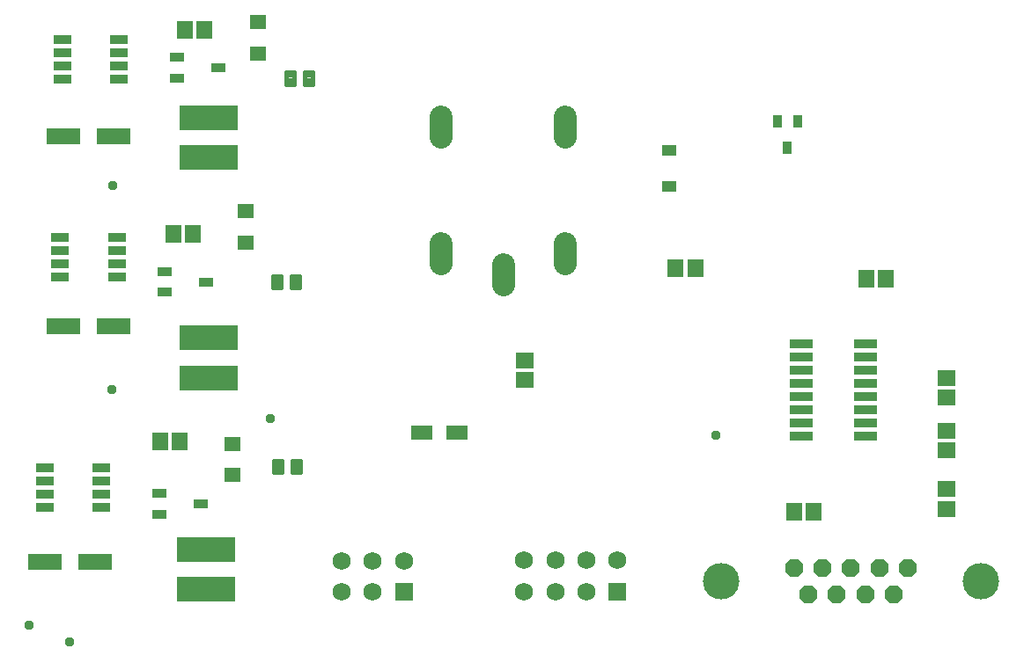
<source format=gbr>
G04 EAGLE Gerber RS-274X export*
G75*
%MOMM*%
%FSLAX34Y34*%
%LPD*%
%INSoldermask Top*%
%IPPOS*%
%AMOC8*
5,1,8,0,0,1.08239X$1,22.5*%
G01*
%ADD10R,2.235200X0.863600*%
%ADD11R,1.503200X1.703200*%
%ADD12R,1.703200X1.503200*%
%ADD13P,1.869504X8X202.500000*%
%ADD14C,3.505200*%
%ADD15C,1.733200*%
%ADD16R,1.733200X1.733200*%
%ADD17R,1.753200X0.903200*%
%ADD18R,1.573200X1.323200*%
%ADD19R,1.473200X0.838200*%
%ADD20C,0.463294*%
%ADD21R,3.203200X1.603200*%
%ADD22C,2.184400*%
%ADD23R,1.333200X1.123200*%
%ADD24R,0.853200X1.153200*%
%ADD25R,5.703200X2.353200*%
%ADD26R,2.003200X1.453200*%
%ADD27C,0.959600*%


D10*
X843734Y249550D03*
X782266Y249550D03*
X843734Y262250D03*
X843734Y274950D03*
X782266Y262250D03*
X782266Y274950D03*
X843734Y287650D03*
X782266Y287650D03*
X843734Y300350D03*
X782266Y300350D03*
X843734Y313050D03*
X843734Y325750D03*
X782266Y313050D03*
X782266Y325750D03*
X843734Y338450D03*
X782266Y338450D03*
D11*
X863500Y401000D03*
X844500Y401000D03*
D12*
X922000Y254500D03*
X922000Y235500D03*
X922000Y305500D03*
X922000Y286500D03*
D11*
X775500Y177000D03*
X794500Y177000D03*
D12*
X922000Y198500D03*
X922000Y179500D03*
D13*
X884864Y122700D03*
X857432Y122700D03*
X830000Y122700D03*
X802568Y122700D03*
X775136Y122700D03*
X871148Y97300D03*
X843716Y97300D03*
X816284Y97300D03*
X788852Y97300D03*
D14*
X955222Y110000D03*
X704778Y110000D03*
D15*
X575622Y99652D03*
X575622Y129652D03*
X545622Y99652D03*
X545622Y129652D03*
D16*
X605622Y99652D03*
D15*
X515622Y99652D03*
X605622Y129652D03*
X515622Y129652D03*
D16*
X400000Y99420D03*
D15*
X400000Y129420D03*
X370000Y99420D03*
X340000Y99420D03*
X370000Y129420D03*
X340000Y129420D03*
D12*
X516000Y322500D03*
X516000Y303500D03*
D17*
X126250Y592950D03*
X126250Y605650D03*
X126250Y618350D03*
X126250Y631050D03*
X71750Y631050D03*
X71750Y618350D03*
X71750Y605650D03*
X71750Y592950D03*
D18*
X260000Y618000D03*
X260000Y648000D03*
D19*
X222000Y604000D03*
X182000Y614000D03*
X182000Y594000D03*
D20*
X305110Y599685D02*
X312670Y599685D01*
X312670Y588315D01*
X305110Y588315D01*
X305110Y599685D01*
X305110Y592716D02*
X312670Y592716D01*
X312670Y597117D02*
X305110Y597117D01*
X294890Y599685D02*
X287330Y599685D01*
X294890Y599685D02*
X294890Y588315D01*
X287330Y588315D01*
X287330Y599685D01*
X287330Y592716D02*
X294890Y592716D01*
X294890Y597117D02*
X287330Y597117D01*
D17*
X124250Y402950D03*
X124250Y415650D03*
X124250Y428350D03*
X124250Y441050D03*
X69750Y441050D03*
X69750Y428350D03*
X69750Y415650D03*
X69750Y402950D03*
D18*
X248000Y436000D03*
X248000Y466000D03*
D19*
X210000Y398000D03*
X170000Y408000D03*
X170000Y388000D03*
D20*
X292110Y403685D02*
X299670Y403685D01*
X299670Y392315D01*
X292110Y392315D01*
X292110Y403685D01*
X292110Y396716D02*
X299670Y396716D01*
X299670Y401117D02*
X292110Y401117D01*
X281890Y403685D02*
X274330Y403685D01*
X281890Y403685D02*
X281890Y392315D01*
X274330Y392315D01*
X274330Y403685D01*
X274330Y396716D02*
X281890Y396716D01*
X281890Y401117D02*
X274330Y401117D01*
D17*
X109250Y180950D03*
X109250Y193650D03*
X109250Y206350D03*
X109250Y219050D03*
X54750Y219050D03*
X54750Y206350D03*
X54750Y193650D03*
X54750Y180950D03*
D18*
X235000Y212000D03*
X235000Y242000D03*
D19*
X205000Y184000D03*
X165000Y194000D03*
X165000Y174000D03*
D20*
X293110Y225685D02*
X300670Y225685D01*
X300670Y214315D01*
X293110Y214315D01*
X293110Y225685D01*
X293110Y218716D02*
X300670Y218716D01*
X300670Y223117D02*
X293110Y223117D01*
X282890Y225685D02*
X275330Y225685D01*
X282890Y225685D02*
X282890Y214315D01*
X275330Y214315D01*
X275330Y225685D01*
X275330Y218716D02*
X282890Y218716D01*
X282890Y223117D02*
X275330Y223117D01*
D21*
X73000Y538000D03*
X121000Y538000D03*
X73000Y355000D03*
X121000Y355000D03*
X55000Y128000D03*
X103000Y128000D03*
D11*
X208500Y641000D03*
X189500Y641000D03*
X197500Y444000D03*
X178500Y444000D03*
X184500Y244000D03*
X165500Y244000D03*
D22*
X496000Y394844D02*
X496000Y414656D01*
X555690Y415164D02*
X555690Y434976D01*
X436310Y434976D02*
X436310Y415164D01*
X436310Y537084D02*
X436310Y556896D01*
X555690Y556896D02*
X555690Y537084D01*
D23*
X655000Y524500D03*
X655000Y489500D03*
D24*
X759500Y552500D03*
X778500Y552500D03*
X769000Y527500D03*
D11*
X661500Y411000D03*
X680500Y411000D03*
D25*
X212000Y556311D03*
X212000Y517689D03*
X212000Y305689D03*
X212000Y344311D03*
X210000Y101689D03*
X210000Y140311D03*
D26*
X417000Y253000D03*
X451000Y253000D03*
D27*
X272000Y266000D03*
X700000Y250000D03*
X40000Y67000D03*
X120000Y491000D03*
X79000Y51000D03*
X119000Y294000D03*
M02*

</source>
